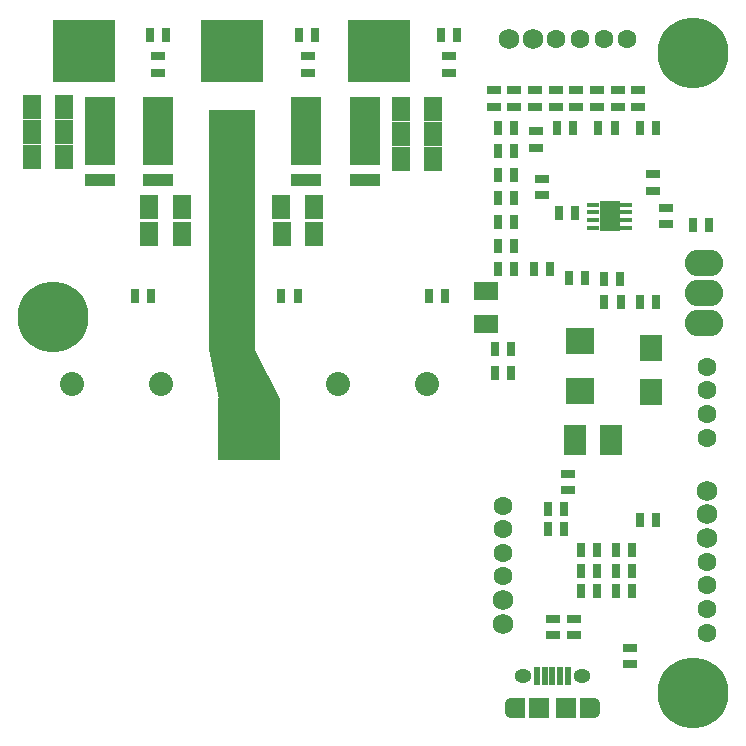
<source format=gbs>
G04 Layer_Color=16711935*
%FSLAX25Y25*%
%MOIN*%
G70*
G01*
G75*
%ADD124R,0.04540X0.02768*%
%ADD132R,0.02768X0.04540*%
%ADD133R,0.07887X0.06312*%
%ADD134R,0.20800X0.20800*%
%ADD136C,0.23635*%
%ADD137C,0.06800*%
%ADD138C,0.06312*%
%ADD139O,0.12800X0.08800*%
%ADD140C,0.08000*%
%ADD141O,0.05721X0.04540*%
%ADD142O,0.04147X0.06902*%
%ADD143R,0.15354X0.80315*%
%ADD144R,0.09461X0.08871*%
%ADD145R,0.04147X0.01784*%
%ADD146R,0.07060X0.10249*%
%ADD147R,0.10406X0.22847*%
%ADD148R,0.10406X0.04304*%
%ADD149R,0.06312X0.07887*%
%ADD150R,0.07296X0.08674*%
%ADD151R,0.07296X0.09855*%
%ADD152R,0.20800X0.20800*%
%ADD153R,0.05131X0.06902*%
%ADD154R,0.02375X0.06115*%
%ADD155R,0.06706X0.06902*%
G36*
X-149213Y-126772D02*
X-169685D01*
X-172835Y-110630D01*
X-157480D01*
X-149213Y-126772D01*
D02*
G37*
D124*
X-24803Y-57424D02*
D03*
Y-52024D02*
D03*
X-20669Y-68645D02*
D03*
Y-63245D02*
D03*
X-58268Y-205456D02*
D03*
Y-200056D02*
D03*
X-51181Y-205456D02*
D03*
Y-200056D02*
D03*
X-189961Y-18054D02*
D03*
Y-12654D02*
D03*
X-139764Y-18054D02*
D03*
Y-12654D02*
D03*
X-92913Y-18054D02*
D03*
Y-12654D02*
D03*
X-64173Y-29416D02*
D03*
Y-24016D02*
D03*
X-50394Y-29416D02*
D03*
Y-24016D02*
D03*
X-36614Y-29416D02*
D03*
Y-24016D02*
D03*
X-29724D02*
D03*
Y-29416D02*
D03*
X-43504Y-24016D02*
D03*
Y-29416D02*
D03*
X-57284Y-24016D02*
D03*
Y-29416D02*
D03*
X-77953D02*
D03*
Y-24016D02*
D03*
X-63976Y-43054D02*
D03*
Y-37654D02*
D03*
X-62008Y-58802D02*
D03*
Y-53402D02*
D03*
X-53150Y-157228D02*
D03*
Y-151828D02*
D03*
X-71063Y-24016D02*
D03*
Y-29416D02*
D03*
X-32677Y-215298D02*
D03*
Y-209898D02*
D03*
D132*
X-90213Y-5512D02*
D03*
X-95613D02*
D03*
X-48960Y-184056D02*
D03*
X-43560D02*
D03*
X-48960Y-190946D02*
D03*
X-43560D02*
D03*
X-48960Y-177166D02*
D03*
X-43560D02*
D03*
X-31749Y-184056D02*
D03*
X-37149D02*
D03*
X-31749Y-190946D02*
D03*
X-37149D02*
D03*
X-31749Y-177166D02*
D03*
X-37149D02*
D03*
X-59787Y-170276D02*
D03*
X-54387D02*
D03*
X-59787Y-163386D02*
D03*
X-54387Y-163386D02*
D03*
X-76519Y-36417D02*
D03*
X-71119D02*
D03*
X-76519Y-44291D02*
D03*
X-71119D02*
D03*
X-76519Y-52165D02*
D03*
X-71119D02*
D03*
X-76519Y-60039D02*
D03*
X-71119D02*
D03*
X-192661Y-5512D02*
D03*
X-187261D02*
D03*
X-197582Y-92520D02*
D03*
X-192182D02*
D03*
X-142858Y-5512D02*
D03*
X-137458D02*
D03*
X-148763Y-92520D02*
D03*
X-143363D02*
D03*
X-71119Y-83661D02*
D03*
X-76519D02*
D03*
X-99550Y-92520D02*
D03*
X-94150D02*
D03*
X-71119Y-75787D02*
D03*
X-76519D02*
D03*
X-64708Y-83661D02*
D03*
X-59308D02*
D03*
X-71119Y-67913D02*
D03*
X-76519D02*
D03*
X-23875Y-94488D02*
D03*
X-29275D02*
D03*
X-11558Y-68898D02*
D03*
X-6158D02*
D03*
X-35883Y-87008D02*
D03*
X-41283D02*
D03*
X-72102Y-118111D02*
D03*
X-77503D02*
D03*
X-47497Y-86614D02*
D03*
X-52897D02*
D03*
X-35686Y-94488D02*
D03*
X-41086D02*
D03*
X-23875Y-167323D02*
D03*
X-29275D02*
D03*
X-51434Y-36670D02*
D03*
X-56834D02*
D03*
X-37654D02*
D03*
X-43054D02*
D03*
X-23875D02*
D03*
X-29275D02*
D03*
X-77503Y-110237D02*
D03*
X-72102D02*
D03*
X-56243Y-64961D02*
D03*
X-50843D02*
D03*
D133*
X-80709Y-101870D02*
D03*
Y-91043D02*
D03*
D134*
X-214567Y-10827D02*
D03*
X-159449Y-136811D02*
D03*
X-116142Y-10827D02*
D03*
D136*
X-11417Y-11417D02*
D03*
Y-224803D02*
D03*
X-224803Y-99606D02*
D03*
D137*
X-6890Y-157480D02*
D03*
Y-165354D02*
D03*
Y-173228D02*
D03*
X-64960Y-6889D02*
D03*
X-72834D02*
D03*
X-74803Y-193898D02*
D03*
Y-201772D02*
D03*
D138*
X-6890Y-181102D02*
D03*
Y-188976D02*
D03*
Y-196850D02*
D03*
Y-204724D02*
D03*
X-33464Y-6889D02*
D03*
X-41338D02*
D03*
X-49212D02*
D03*
X-57086D02*
D03*
X-6890Y-116142D02*
D03*
Y-124016D02*
D03*
Y-131890D02*
D03*
Y-139764D02*
D03*
X-74803Y-162402D02*
D03*
Y-170276D02*
D03*
Y-178150D02*
D03*
Y-186024D02*
D03*
D139*
X-7874Y-101693D02*
D03*
Y-91693D02*
D03*
Y-81693D02*
D03*
D140*
X-188859Y-122047D02*
D03*
X-218386Y-122047D02*
D03*
X-129803Y-122047D02*
D03*
X-100276Y-122047D02*
D03*
D141*
X-68307Y-219291D02*
D03*
X-48622D02*
D03*
D142*
X-72245Y-229921D02*
D03*
X-44684D02*
D03*
D143*
X-165157Y-70472D02*
D03*
D144*
X-49213Y-124114D02*
D03*
Y-107382D02*
D03*
D145*
X-44961Y-69784D02*
D03*
Y-67224D02*
D03*
Y-64665D02*
D03*
Y-62106D02*
D03*
X-33780Y-69784D02*
D03*
Y-67224D02*
D03*
Y-64665D02*
D03*
Y-62106D02*
D03*
D146*
X-39370Y-65945D02*
D03*
D147*
X-209370Y-37530D02*
D03*
X-189842D02*
D03*
X-140472D02*
D03*
X-120945D02*
D03*
D148*
X-189842Y-53809D02*
D03*
X-209370D02*
D03*
X-120945D02*
D03*
X-140472D02*
D03*
D149*
X-221063Y-29528D02*
D03*
X-231890D02*
D03*
X-221063Y-37795D02*
D03*
X-231890D02*
D03*
X-108957Y-46850D02*
D03*
X-98130D02*
D03*
X-108957Y-38583D02*
D03*
X-98130D02*
D03*
X-181988Y-62992D02*
D03*
X-192815D02*
D03*
X-148721D02*
D03*
X-137894D02*
D03*
X-108957Y-30315D02*
D03*
X-98130D02*
D03*
X-221063Y-46063D02*
D03*
X-231890D02*
D03*
X-148675Y-72047D02*
D03*
X-137848D02*
D03*
X-181988D02*
D03*
X-192815D02*
D03*
D150*
X-25591Y-109744D02*
D03*
Y-124508D02*
D03*
D151*
X-50886Y-140551D02*
D03*
X-38878D02*
D03*
D152*
X-165354Y-10827D02*
D03*
D153*
X-69882Y-229921D02*
D03*
X-47047D02*
D03*
D154*
X-58465Y-219291D02*
D03*
X-55905D02*
D03*
X-61024D02*
D03*
X-53347D02*
D03*
X-63583D02*
D03*
D155*
X-53937Y-229921D02*
D03*
X-62992D02*
D03*
M02*

</source>
